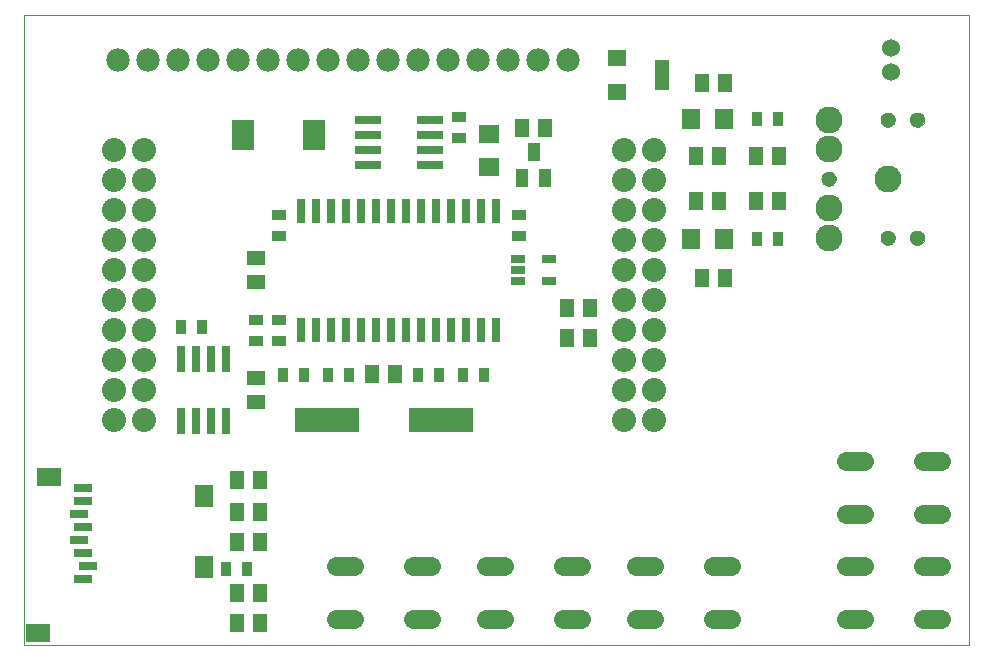
<source format=gts>
G75*
%MOIN*%
%OFA0B0*%
%FSLAX24Y24*%
%IPPOS*%
%LPD*%
%AMOC8*
5,1,8,0,0,1.08239X$1,22.5*
%
%ADD10C,0.0000*%
%ADD11R,0.0355X0.0512*%
%ADD12R,0.0512X0.0355*%
%ADD13R,0.0591X0.0670*%
%ADD14R,0.0670X0.0591*%
%ADD15C,0.0800*%
%ADD16R,0.0749X0.0985*%
%ADD17C,0.0780*%
%ADD18C,0.0900*%
%ADD19C,0.0512*%
%ADD20R,0.0434X0.0591*%
%ADD21R,0.2140X0.0800*%
%ADD22R,0.0473X0.0591*%
%ADD23R,0.0473X0.0985*%
%ADD24R,0.0631X0.0552*%
%ADD25R,0.0591X0.0473*%
%ADD26C,0.0640*%
%ADD27R,0.0788X0.0591*%
%ADD28R,0.0591X0.0749*%
%ADD29R,0.0631X0.0316*%
%ADD30R,0.0910X0.0280*%
%ADD31R,0.0300X0.0840*%
%ADD32R,0.0512X0.0257*%
%ADD33C,0.0600*%
%ADD34R,0.0280X0.0910*%
D10*
X001443Y000680D02*
X001443Y021676D01*
X032939Y021676D01*
X032939Y000680D01*
X001443Y000680D01*
X028038Y016230D02*
X028040Y016260D01*
X028046Y016290D01*
X028055Y016319D01*
X028068Y016346D01*
X028085Y016371D01*
X028104Y016394D01*
X028127Y016415D01*
X028152Y016432D01*
X028178Y016446D01*
X028207Y016456D01*
X028236Y016463D01*
X028266Y016466D01*
X028297Y016465D01*
X028327Y016460D01*
X028356Y016451D01*
X028383Y016439D01*
X028409Y016424D01*
X028433Y016405D01*
X028454Y016383D01*
X028472Y016359D01*
X028487Y016332D01*
X028498Y016304D01*
X028506Y016275D01*
X028510Y016245D01*
X028510Y016215D01*
X028506Y016185D01*
X028498Y016156D01*
X028487Y016128D01*
X028472Y016101D01*
X028454Y016077D01*
X028433Y016055D01*
X028409Y016036D01*
X028383Y016021D01*
X028356Y016009D01*
X028327Y016000D01*
X028297Y015995D01*
X028266Y015994D01*
X028236Y015997D01*
X028207Y016004D01*
X028178Y016014D01*
X028152Y016028D01*
X028127Y016045D01*
X028104Y016066D01*
X028085Y016089D01*
X028068Y016114D01*
X028055Y016141D01*
X028046Y016170D01*
X028040Y016200D01*
X028038Y016230D01*
X030007Y018199D02*
X030009Y018229D01*
X030015Y018259D01*
X030024Y018288D01*
X030037Y018315D01*
X030054Y018340D01*
X030073Y018363D01*
X030096Y018384D01*
X030121Y018401D01*
X030147Y018415D01*
X030176Y018425D01*
X030205Y018432D01*
X030235Y018435D01*
X030266Y018434D01*
X030296Y018429D01*
X030325Y018420D01*
X030352Y018408D01*
X030378Y018393D01*
X030402Y018374D01*
X030423Y018352D01*
X030441Y018328D01*
X030456Y018301D01*
X030467Y018273D01*
X030475Y018244D01*
X030479Y018214D01*
X030479Y018184D01*
X030475Y018154D01*
X030467Y018125D01*
X030456Y018097D01*
X030441Y018070D01*
X030423Y018046D01*
X030402Y018024D01*
X030378Y018005D01*
X030352Y017990D01*
X030325Y017978D01*
X030296Y017969D01*
X030266Y017964D01*
X030235Y017963D01*
X030205Y017966D01*
X030176Y017973D01*
X030147Y017983D01*
X030121Y017997D01*
X030096Y018014D01*
X030073Y018035D01*
X030054Y018058D01*
X030037Y018083D01*
X030024Y018110D01*
X030015Y018139D01*
X030009Y018169D01*
X030007Y018199D01*
X030991Y018199D02*
X030993Y018229D01*
X030999Y018259D01*
X031008Y018288D01*
X031021Y018315D01*
X031038Y018340D01*
X031057Y018363D01*
X031080Y018384D01*
X031105Y018401D01*
X031131Y018415D01*
X031160Y018425D01*
X031189Y018432D01*
X031219Y018435D01*
X031250Y018434D01*
X031280Y018429D01*
X031309Y018420D01*
X031336Y018408D01*
X031362Y018393D01*
X031386Y018374D01*
X031407Y018352D01*
X031425Y018328D01*
X031440Y018301D01*
X031451Y018273D01*
X031459Y018244D01*
X031463Y018214D01*
X031463Y018184D01*
X031459Y018154D01*
X031451Y018125D01*
X031440Y018097D01*
X031425Y018070D01*
X031407Y018046D01*
X031386Y018024D01*
X031362Y018005D01*
X031336Y017990D01*
X031309Y017978D01*
X031280Y017969D01*
X031250Y017964D01*
X031219Y017963D01*
X031189Y017966D01*
X031160Y017973D01*
X031131Y017983D01*
X031105Y017997D01*
X031080Y018014D01*
X031057Y018035D01*
X031038Y018058D01*
X031021Y018083D01*
X031008Y018110D01*
X030999Y018139D01*
X030993Y018169D01*
X030991Y018199D01*
X030991Y014261D02*
X030993Y014291D01*
X030999Y014321D01*
X031008Y014350D01*
X031021Y014377D01*
X031038Y014402D01*
X031057Y014425D01*
X031080Y014446D01*
X031105Y014463D01*
X031131Y014477D01*
X031160Y014487D01*
X031189Y014494D01*
X031219Y014497D01*
X031250Y014496D01*
X031280Y014491D01*
X031309Y014482D01*
X031336Y014470D01*
X031362Y014455D01*
X031386Y014436D01*
X031407Y014414D01*
X031425Y014390D01*
X031440Y014363D01*
X031451Y014335D01*
X031459Y014306D01*
X031463Y014276D01*
X031463Y014246D01*
X031459Y014216D01*
X031451Y014187D01*
X031440Y014159D01*
X031425Y014132D01*
X031407Y014108D01*
X031386Y014086D01*
X031362Y014067D01*
X031336Y014052D01*
X031309Y014040D01*
X031280Y014031D01*
X031250Y014026D01*
X031219Y014025D01*
X031189Y014028D01*
X031160Y014035D01*
X031131Y014045D01*
X031105Y014059D01*
X031080Y014076D01*
X031057Y014097D01*
X031038Y014120D01*
X031021Y014145D01*
X031008Y014172D01*
X030999Y014201D01*
X030993Y014231D01*
X030991Y014261D01*
X030007Y014261D02*
X030009Y014291D01*
X030015Y014321D01*
X030024Y014350D01*
X030037Y014377D01*
X030054Y014402D01*
X030073Y014425D01*
X030096Y014446D01*
X030121Y014463D01*
X030147Y014477D01*
X030176Y014487D01*
X030205Y014494D01*
X030235Y014497D01*
X030266Y014496D01*
X030296Y014491D01*
X030325Y014482D01*
X030352Y014470D01*
X030378Y014455D01*
X030402Y014436D01*
X030423Y014414D01*
X030441Y014390D01*
X030456Y014363D01*
X030467Y014335D01*
X030475Y014306D01*
X030479Y014276D01*
X030479Y014246D01*
X030475Y014216D01*
X030467Y014187D01*
X030456Y014159D01*
X030441Y014132D01*
X030423Y014108D01*
X030402Y014086D01*
X030378Y014067D01*
X030352Y014052D01*
X030325Y014040D01*
X030296Y014031D01*
X030266Y014026D01*
X030235Y014025D01*
X030205Y014028D01*
X030176Y014035D01*
X030147Y014045D01*
X030121Y014059D01*
X030096Y014076D01*
X030073Y014097D01*
X030054Y014120D01*
X030037Y014145D01*
X030024Y014172D01*
X030015Y014201D01*
X030009Y014231D01*
X030007Y014261D01*
D11*
X026597Y014230D03*
X025889Y014230D03*
X025889Y018230D03*
X026597Y018230D03*
X016797Y009680D03*
X016089Y009680D03*
X015297Y009680D03*
X014589Y009680D03*
X012297Y009680D03*
X011589Y009680D03*
X010797Y009680D03*
X010089Y009680D03*
X007397Y011280D03*
X006689Y011280D03*
X008189Y003230D03*
X008897Y003230D03*
D12*
X009193Y010826D03*
X009943Y010826D03*
X009943Y011534D03*
X009193Y011534D03*
X009943Y014326D03*
X009943Y015034D03*
X015943Y017576D03*
X015943Y018284D03*
X017943Y015034D03*
X017943Y014326D03*
D13*
X023692Y014230D03*
X024794Y014230D03*
X024794Y018230D03*
X023692Y018230D03*
D14*
X016943Y017731D03*
X016943Y016629D03*
D15*
X021443Y016180D03*
X022443Y016180D03*
X022443Y015180D03*
X021443Y015180D03*
X021443Y014180D03*
X022443Y014180D03*
X022443Y013180D03*
X021443Y013180D03*
X021443Y012180D03*
X022443Y012180D03*
X022443Y011180D03*
X021443Y011180D03*
X021443Y010180D03*
X022443Y010180D03*
X022443Y009180D03*
X021443Y009180D03*
X021443Y008180D03*
X022443Y008180D03*
X022443Y017180D03*
X021443Y017180D03*
X005443Y017180D03*
X004443Y017180D03*
X004443Y016180D03*
X005443Y016180D03*
X005443Y015180D03*
X004443Y015180D03*
X004443Y014180D03*
X005443Y014180D03*
X005443Y013180D03*
X004443Y013180D03*
X004443Y012180D03*
X005443Y012180D03*
X005443Y011180D03*
X004443Y011180D03*
X004443Y010180D03*
X005443Y010180D03*
X005443Y009180D03*
X004443Y009180D03*
X004443Y008180D03*
X005443Y008180D03*
D16*
X008762Y017680D03*
X011124Y017680D03*
D17*
X011592Y020180D03*
X010592Y020180D03*
X009592Y020180D03*
X008592Y020180D03*
X007592Y020180D03*
X006592Y020180D03*
X005592Y020180D03*
X004592Y020180D03*
X012592Y020180D03*
X013592Y020180D03*
X014592Y020180D03*
X015592Y020180D03*
X016592Y020180D03*
X017592Y020180D03*
X018592Y020180D03*
X019592Y020180D03*
D18*
X028274Y018199D03*
X028274Y017214D03*
X030243Y016230D03*
X028274Y015246D03*
X028274Y014261D03*
D19*
X030243Y014261D03*
X031227Y014261D03*
X028274Y016230D03*
X030243Y018199D03*
X031227Y018199D03*
D20*
X018817Y016247D03*
X018069Y016247D03*
X018443Y017113D03*
D21*
X015343Y008180D03*
X011543Y008180D03*
D22*
X013049Y009730D03*
X013837Y009730D03*
X009337Y006180D03*
X008549Y006180D03*
X008549Y005130D03*
X009337Y005130D03*
X009337Y004130D03*
X008549Y004130D03*
X008549Y002430D03*
X009337Y002430D03*
X009337Y001430D03*
X008549Y001430D03*
X019549Y010930D03*
X020337Y010930D03*
X020337Y011930D03*
X019549Y011930D03*
X024049Y012930D03*
X024837Y012930D03*
X024637Y015480D03*
X023849Y015480D03*
X025849Y015480D03*
X026637Y015480D03*
X026637Y016980D03*
X025849Y016980D03*
X024637Y016980D03*
X023849Y016980D03*
X024049Y019430D03*
X024837Y019430D03*
X018837Y017930D03*
X018049Y017930D03*
D23*
X022730Y019680D03*
D24*
X021234Y019109D03*
X021234Y020251D03*
D25*
X009193Y013574D03*
X009193Y012786D03*
X009193Y009574D03*
X009193Y008786D03*
D26*
X011863Y003320D02*
X012463Y003320D01*
X014423Y003320D02*
X015023Y003320D01*
X016863Y003320D02*
X017463Y003320D01*
X019423Y003320D02*
X020023Y003320D01*
X021863Y003320D02*
X022463Y003320D01*
X024423Y003320D02*
X025023Y003320D01*
X025023Y001540D02*
X024423Y001540D01*
X022463Y001540D02*
X021863Y001540D01*
X020023Y001540D02*
X019423Y001540D01*
X017463Y001540D02*
X016863Y001540D01*
X015023Y001540D02*
X014423Y001540D01*
X012463Y001540D02*
X011863Y001540D01*
X028863Y001540D02*
X029463Y001540D01*
X031423Y001540D02*
X032023Y001540D01*
X032023Y003320D02*
X031423Y003320D01*
X029463Y003320D02*
X028863Y003320D01*
X028863Y005040D02*
X029463Y005040D01*
X031423Y005040D02*
X032023Y005040D01*
X032023Y006820D02*
X031423Y006820D01*
X029463Y006820D02*
X028863Y006820D01*
D27*
X002292Y006273D03*
X001938Y001076D03*
D28*
X007450Y003280D03*
X007450Y005643D03*
D29*
X003434Y005485D03*
X003434Y005918D03*
X003276Y005052D03*
X003434Y004619D03*
X003276Y004186D03*
X003434Y003753D03*
X003591Y003320D03*
X003434Y002887D03*
D30*
X012913Y016680D03*
X012913Y017180D03*
X012913Y017680D03*
X012913Y018180D03*
X014973Y018180D03*
X014973Y017680D03*
X014973Y017180D03*
X014973Y016680D03*
D31*
X015193Y015160D03*
X015693Y015160D03*
X016193Y015160D03*
X016693Y015160D03*
X017193Y015160D03*
X014693Y015160D03*
X014193Y015160D03*
X013693Y015160D03*
X013193Y015160D03*
X012693Y015160D03*
X012193Y015160D03*
X011693Y015160D03*
X011193Y015160D03*
X010693Y015160D03*
X010693Y011200D03*
X011193Y011200D03*
X011693Y011200D03*
X012193Y011200D03*
X012693Y011200D03*
X013193Y011200D03*
X013693Y011200D03*
X014193Y011200D03*
X014693Y011200D03*
X015193Y011200D03*
X015693Y011200D03*
X016193Y011200D03*
X016693Y011200D03*
X017193Y011200D03*
D32*
X017931Y012806D03*
X017931Y013180D03*
X017931Y013554D03*
X018955Y013554D03*
X018955Y012806D03*
D33*
X030343Y019786D03*
X030343Y020574D03*
D34*
X008193Y010210D03*
X007693Y010210D03*
X007193Y010210D03*
X006693Y010210D03*
X006693Y008150D03*
X007193Y008150D03*
X007693Y008150D03*
X008193Y008150D03*
M02*

</source>
